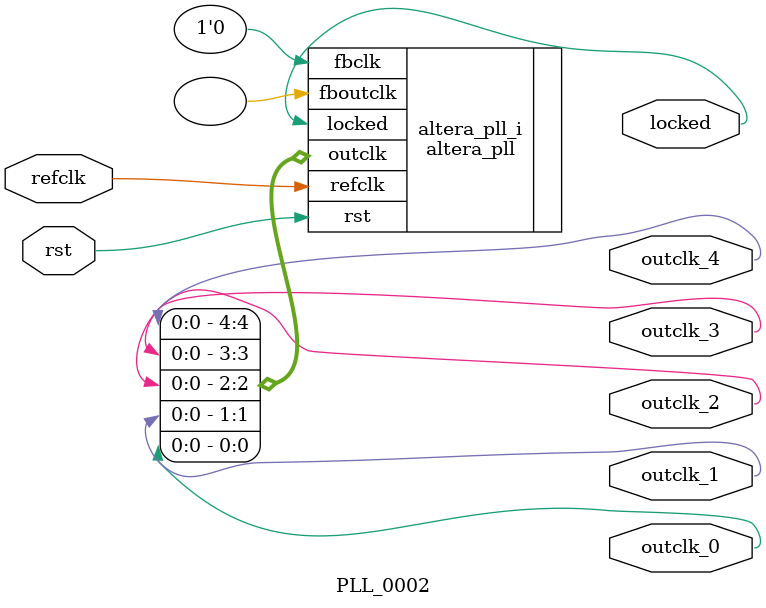
<source format=v>
`timescale 1ns/10ps
module  PLL_0002(

	// interface 'refclk'
	input wire refclk,

	// interface 'reset'
	input wire rst,

	// interface 'outclk0'
	output wire outclk_0,

	// interface 'outclk1'
	output wire outclk_1,

	// interface 'outclk2'
	output wire outclk_2,

	// interface 'outclk3'
	output wire outclk_3,

	// interface 'outclk4'
	output wire outclk_4,

	// interface 'locked'
	output wire locked
);

	altera_pll #(
		.fractional_vco_multiplier("false"),
		.reference_clock_frequency("50.0 MHz"),
		.operation_mode("direct"),
		.number_of_clocks(5),
		.output_clock_frequency0("50.000000 MHz"),
		.phase_shift0("0 ps"),
		.duty_cycle0(50),
		.output_clock_frequency1("100.000000 MHz"),
		.phase_shift1("0 ps"),
		.duty_cycle1(50),
		.output_clock_frequency2("100.000000 MHz"),
		.phase_shift2("7500 ps"),
		.duty_cycle2(50),
		.output_clock_frequency3("25.000000 MHz"),
		.phase_shift3("0 ps"),
		.duty_cycle3(50),
		.output_clock_frequency4("25.000000 MHz"),
		.phase_shift4("0 ps"),
		.duty_cycle4(50),
		.output_clock_frequency5("0 MHz"),
		.phase_shift5("0 ps"),
		.duty_cycle5(50),
		.output_clock_frequency6("0 MHz"),
		.phase_shift6("0 ps"),
		.duty_cycle6(50),
		.output_clock_frequency7("0 MHz"),
		.phase_shift7("0 ps"),
		.duty_cycle7(50),
		.output_clock_frequency8("0 MHz"),
		.phase_shift8("0 ps"),
		.duty_cycle8(50),
		.output_clock_frequency9("0 MHz"),
		.phase_shift9("0 ps"),
		.duty_cycle9(50),
		.output_clock_frequency10("0 MHz"),
		.phase_shift10("0 ps"),
		.duty_cycle10(50),
		.output_clock_frequency11("0 MHz"),
		.phase_shift11("0 ps"),
		.duty_cycle11(50),
		.output_clock_frequency12("0 MHz"),
		.phase_shift12("0 ps"),
		.duty_cycle12(50),
		.output_clock_frequency13("0 MHz"),
		.phase_shift13("0 ps"),
		.duty_cycle13(50),
		.output_clock_frequency14("0 MHz"),
		.phase_shift14("0 ps"),
		.duty_cycle14(50),
		.output_clock_frequency15("0 MHz"),
		.phase_shift15("0 ps"),
		.duty_cycle15(50),
		.output_clock_frequency16("0 MHz"),
		.phase_shift16("0 ps"),
		.duty_cycle16(50),
		.output_clock_frequency17("0 MHz"),
		.phase_shift17("0 ps"),
		.duty_cycle17(50),
		.pll_type("General"),
		.pll_subtype("General")
	) altera_pll_i (
		.rst	(rst),
		.outclk	({outclk_4, outclk_3, outclk_2, outclk_1, outclk_0}),
		.locked	(locked),
		.fboutclk	( ),
		.fbclk	(1'b0),
		.refclk	(refclk)
	);
endmodule


</source>
